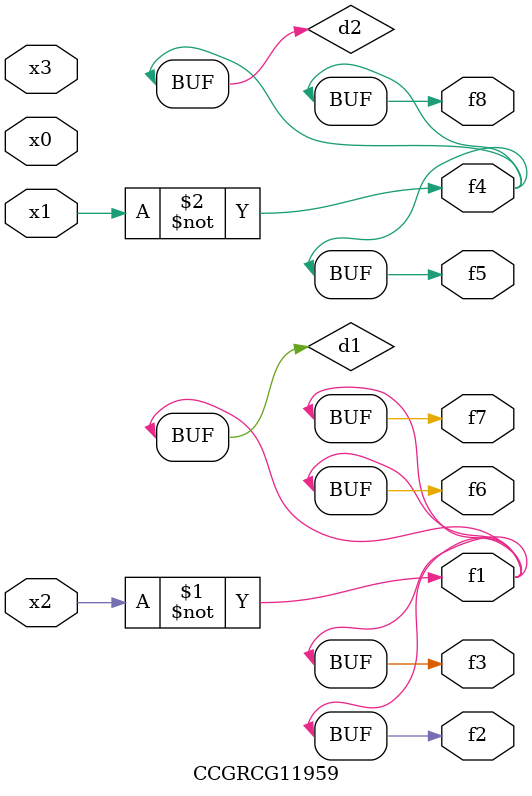
<source format=v>
module CCGRCG11959(
	input x0, x1, x2, x3,
	output f1, f2, f3, f4, f5, f6, f7, f8
);

	wire d1, d2;

	xnor (d1, x2);
	not (d2, x1);
	assign f1 = d1;
	assign f2 = d1;
	assign f3 = d1;
	assign f4 = d2;
	assign f5 = d2;
	assign f6 = d1;
	assign f7 = d1;
	assign f8 = d2;
endmodule

</source>
